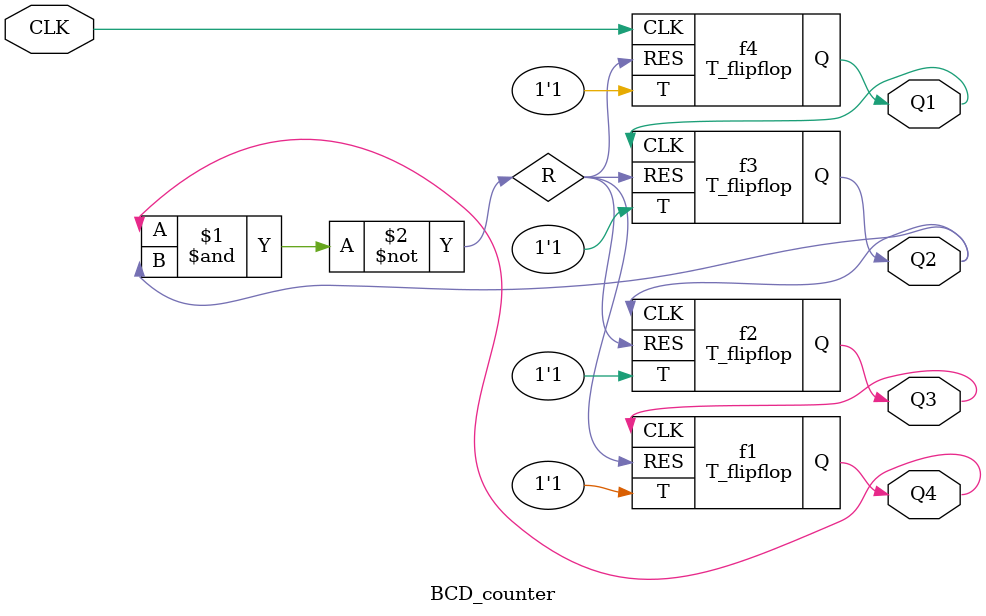
<source format=v>
module T_flipflop(input T,input CLK,input RES ,output reg Q );
  initial Q=0;
  always @(negedge CLK or negedge RES) begin
    if (!RES) begin
      Q<=0;
      end else if(T==1) begin
      Q<=~Q;
    end
      else begin
        Q<=Q;
      end
  end
endmodule

module BCD_counter(input CLK ,output Q1,output Q2 , output Q3, output Q4);
  wire R;
  nand(R,Q4,Q2);
  T_flipflop f1(1'b1,Q3,R,Q4);
  T_flipflop f2(1'b1,Q2,R,Q3);
  T_flipflop f3(1'b1,Q1,R,Q2);
  T_flipflop f4(1'b1,CLK,R,Q1);
endmodule
  
</source>
